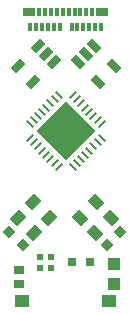
<source format=gtp>
G04*
G04 #@! TF.GenerationSoftware,Altium Limited,CircuitMaker,2.2.1 (2.2.1.6)*
G04*
G04 Layer_Color=7318015*
%FSLAX25Y25*%
%MOIN*%
G70*
G04*
G04 #@! TF.SameCoordinates,FB4DA932-24D3-4F87-B050-2CA4388B978A*
G04*
G04*
G04 #@! TF.FilePolarity,Positive*
G04*
G01*
G75*
%ADD17R,0.04724X0.03937*%
G04:AMPARAMS|DCode=18|XSize=23.62mil|YSize=43.31mil|CornerRadius=0mil|HoleSize=0mil|Usage=FLASHONLY|Rotation=315.000|XOffset=0mil|YOffset=0mil|HoleType=Round|Shape=Rectangle|*
%AMROTATEDRECTD18*
4,1,4,-0.02366,-0.00696,0.00696,0.02366,0.02366,0.00696,-0.00696,-0.02366,-0.02366,-0.00696,0.0*
%
%ADD18ROTATEDRECTD18*%

G04:AMPARAMS|DCode=19|XSize=25.59mil|YSize=43.31mil|CornerRadius=0mil|HoleSize=0mil|Usage=FLASHONLY|Rotation=45.000|XOffset=0mil|YOffset=0mil|HoleType=Round|Shape=Rectangle|*
%AMROTATEDRECTD19*
4,1,4,0.00626,-0.02436,-0.02436,0.00626,-0.00626,0.02436,0.02436,-0.00626,0.00626,-0.02436,0.0*
%
%ADD19ROTATEDRECTD19*%

%ADD20R,0.03937X0.02756*%
%ADD21R,0.01181X0.02756*%
%ADD22P,0.19487X4X90.0*%
G04:AMPARAMS|DCode=23|XSize=7.87mil|YSize=33.47mil|CornerRadius=0mil|HoleSize=0mil|Usage=FLASHONLY|Rotation=45.000|XOffset=0mil|YOffset=0mil|HoleType=Round|Shape=Round|*
%AMOVALD23*
21,1,0.02559,0.00787,0.00000,0.00000,135.0*
1,1,0.00787,0.00905,-0.00905*
1,1,0.00787,-0.00905,0.00905*
%
%ADD23OVALD23*%

G04:AMPARAMS|DCode=24|XSize=7.87mil|YSize=33.47mil|CornerRadius=0mil|HoleSize=0mil|Usage=FLASHONLY|Rotation=135.000|XOffset=0mil|YOffset=0mil|HoleType=Round|Shape=Round|*
%AMOVALD24*
21,1,0.02559,0.00787,0.00000,0.00000,225.0*
1,1,0.00787,0.00905,0.00905*
1,1,0.00787,-0.00905,-0.00905*
%
%ADD24OVALD24*%

G04:AMPARAMS|DCode=25|XSize=31.5mil|YSize=31.5mil|CornerRadius=3.15mil|HoleSize=0mil|Usage=FLASHONLY|Rotation=225.000|XOffset=0mil|YOffset=0mil|HoleType=Round|Shape=RoundedRectangle|*
%AMROUNDEDRECTD25*
21,1,0.03150,0.02520,0,0,225.0*
21,1,0.02520,0.03150,0,0,225.0*
1,1,0.00630,-0.01782,0.00000*
1,1,0.00630,0.00000,0.01782*
1,1,0.00630,0.01782,0.00000*
1,1,0.00630,0.00000,-0.01782*
%
%ADD25ROUNDEDRECTD25*%
%ADD26R,0.03543X0.03150*%
%ADD27R,0.04000X0.04400*%
G04:AMPARAMS|DCode=28|XSize=43.31mil|YSize=35.43mil|CornerRadius=0mil|HoleSize=0mil|Usage=FLASHONLY|Rotation=135.000|XOffset=0mil|YOffset=0mil|HoleType=Round|Shape=Rectangle|*
%AMROTATEDRECTD28*
4,1,4,0.02784,-0.00278,0.00278,-0.02784,-0.02784,0.00278,-0.00278,0.02784,0.02784,-0.00278,0.0*
%
%ADD28ROTATEDRECTD28*%

G04:AMPARAMS|DCode=29|XSize=43.31mil|YSize=35.43mil|CornerRadius=0mil|HoleSize=0mil|Usage=FLASHONLY|Rotation=45.000|XOffset=0mil|YOffset=0mil|HoleType=Round|Shape=Rectangle|*
%AMROTATEDRECTD29*
4,1,4,-0.00278,-0.02784,-0.02784,-0.00278,0.00278,0.02784,0.02784,0.00278,-0.00278,-0.02784,0.0*
%
%ADD29ROTATEDRECTD29*%

%ADD30R,0.01968X0.01968*%
%ADD31R,0.03150X0.03150*%
G04:AMPARAMS|DCode=32|XSize=31.5mil|YSize=31.5mil|CornerRadius=3.15mil|HoleSize=0mil|Usage=FLASHONLY|Rotation=315.000|XOffset=0mil|YOffset=0mil|HoleType=Round|Shape=RoundedRectangle|*
%AMROUNDEDRECTD32*
21,1,0.03150,0.02520,0,0,315.0*
21,1,0.02520,0.03150,0,0,315.0*
1,1,0.00630,0.00000,-0.01782*
1,1,0.00630,-0.01782,0.00000*
1,1,0.00630,0.00000,0.01782*
1,1,0.00630,0.01782,0.00000*
%
%ADD32ROUNDEDRECTD32*%
D17*
X115748Y108858D02*
D03*
X144882D02*
D03*
D18*
X126261Y188294D02*
D03*
X123616Y190939D02*
D03*
X120972Y193584D02*
D03*
X114290Y186902D02*
D03*
X119580Y181613D02*
D03*
D19*
X146340Y186902D02*
D03*
X141050Y181613D02*
D03*
X134369Y188294D02*
D03*
X137014Y190939D02*
D03*
X139658Y193584D02*
D03*
D20*
X118110Y205118D02*
D03*
X142520D02*
D03*
D21*
X121457D02*
D03*
X123425D02*
D03*
X137205D02*
D03*
X139173D02*
D03*
X135236D02*
D03*
X133268D02*
D03*
X125394D02*
D03*
X127362D02*
D03*
X129331D02*
D03*
X131299D02*
D03*
X118504Y200000D02*
D03*
X120472D02*
D03*
X122441D02*
D03*
X124409D02*
D03*
X126378D02*
D03*
X128347D02*
D03*
X132283D02*
D03*
X134252D02*
D03*
X136221D02*
D03*
X138189D02*
D03*
X140157D02*
D03*
X142126D02*
D03*
D22*
X130315Y165354D02*
D03*
D23*
X118275Y167651D02*
D03*
X119667Y169043D02*
D03*
X121058Y170435D02*
D03*
X122450Y171827D02*
D03*
X123842Y173219D02*
D03*
X125234Y174611D02*
D03*
X126626Y176003D02*
D03*
X128018Y177395D02*
D03*
X142355Y163058D02*
D03*
X140963Y161666D02*
D03*
X139571Y160274D02*
D03*
X138179Y158882D02*
D03*
X136787Y157490D02*
D03*
X135396Y156098D02*
D03*
X134004Y154706D02*
D03*
X132612Y153314D02*
D03*
D24*
Y177395D02*
D03*
X134004Y176003D02*
D03*
X135396Y174611D02*
D03*
X136787Y173219D02*
D03*
X138179Y171827D02*
D03*
X139571Y170435D02*
D03*
X140963Y169043D02*
D03*
X142355Y167651D02*
D03*
X128018Y153314D02*
D03*
X126626Y154706D02*
D03*
X125234Y156098D02*
D03*
X123842Y157490D02*
D03*
X122450Y158882D02*
D03*
X121058Y160274D02*
D03*
X119667Y161666D02*
D03*
X118275Y163058D02*
D03*
D25*
X111552Y131755D02*
D03*
X116007Y127301D02*
D03*
D26*
X114764Y114272D02*
D03*
Y119193D02*
D03*
D27*
X146260Y121116D02*
D03*
Y114370D02*
D03*
D28*
X140215Y131267D02*
D03*
X145504Y136556D02*
D03*
X140494Y141568D02*
D03*
X135204Y136278D02*
D03*
D29*
X119546Y141568D02*
D03*
X124835Y136278D02*
D03*
X119824Y131267D02*
D03*
X114535Y136556D02*
D03*
D30*
X125394Y119882D02*
D03*
Y123425D02*
D03*
X121850D02*
D03*
Y119882D02*
D03*
D31*
X138387Y121655D02*
D03*
X132482D02*
D03*
D32*
X144033Y127301D02*
D03*
X148487Y131755D02*
D03*
M02*

</source>
